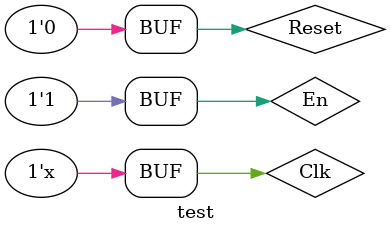
<source format=v>
`timescale 1ns / 1ps


module test;

	// Inputs
	reg Clk;
	reg Reset;
	reg En;

	// Outputs
	wire [2:0] Output;
	wire Overflow;

	// Instantiate the Unit Under Test (UUT)
	gray uut (
		.Clk(Clk), 
		.Reset(Reset), 
		.En(En), 
		.Output(Output), 
		.Overflow(Overflow)
	);

	initial begin
		// Initialize Inputs
		Clk = 0;
		Reset = 0;
		En = 1;

		// Wait 100 ns for global reset to finish
		// Add stimulus here

	end
	always #2 Clk=~Clk;
      
endmodule


</source>
